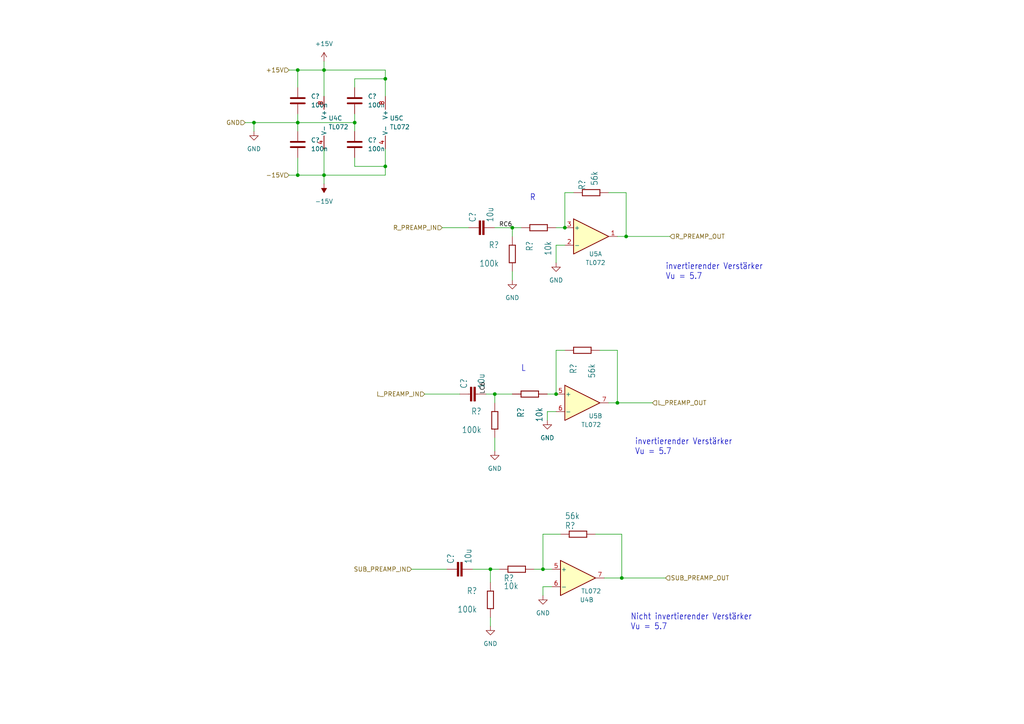
<source format=kicad_sch>
(kicad_sch (version 20211123) (generator eeschema)
  (paper "A4")
  (lib_symbols
    (symbol "Amplifier_Operational:TL072" (pin_names (offset 0.127))
      (property "Reference" "U" (at 0 5.08 0))
      (property "Value" "TL072" (at 0 -5.08 0))
      (symbol "TL072_1_1"
        (polyline (pts (xy -5.08 5.08) (xy 5.08 0) (xy -5.08 -5.08) (xy -5.08 5.08)) (stroke (width 0.254)) (fill (type background)))
        (pin output line (at 7.62 0 180) (length 2.54) (name "~") (number "1"))
        (pin input line (at -7.62 -2.54 0) (length 2.54) (name "-") (number "2"))
        (pin input line (at -7.62 2.54 0) (length 2.54) (name "+") (number "3"))
      )
      (symbol "TL072_2_1"
        (polyline (pts (xy -5.08 5.08) (xy 5.08 0) (xy -5.08 -5.08) (xy -5.08 5.08)) (stroke (width 0.254)) (fill (type background)))
        (pin input line (at -7.62 2.54 0) (length 2.54) (name "+") (number "5"))
        (pin input line (at -7.62 -2.54 0) (length 2.54) (name "-") (number "6"))
        (pin output line (at 7.62 0 180) (length 2.54) (name "~") (number "7"))
      )
      (symbol "TL072_3_1"
        (pin power_in line (at -2.54 -7.62 90) (length 3.81) (name "V-") (number "4"))
        (pin power_in line (at -2.54 7.62 270) (length 3.81) (name "V+") (number "8"))
      )
    )
    (symbol "Device:C" (pin_numbers hide) (pin_names (offset 0.254))
      (property "Reference" "C" (at 0.635 2.54 0))
      (property "Value" "C" (at 0.635 -2.54 0))
      (symbol "C_0_1"
        (polyline (pts (xy -2.032 -0.762) (xy 2.032 -0.762)) (stroke (width 0.508)))
        (polyline (pts (xy -2.032 0.762) (xy 2.032 0.762)) (stroke (width 0.508)))
      )
      (symbol "C_1_1"
        (pin passive line (at 0 3.81 270) (length 2.794) (name "~") (number "1"))
        (pin passive line (at 0 -3.81 90) (length 2.794) (name "~") (number "2"))
      )
    )
    (symbol "Steuerungsmodul-eagle-import:C-EUC0805"
      (property "Reference" "C" (at 1.524 0.381 0))
      (property "Value" "C-EUC0805" (at 1.524 -4.699 0))
      (symbol "C-EUC0805_1_0"
        (rectangle (start -2.032 -2.032) (end 2.032 -1.524) (fill (type outline)))
        (rectangle (start -2.032 -1.016) (end 2.032 -0.508) (fill (type outline)))
        (polyline (pts (xy 0 -2.54) (xy 0 -2.032)) (stroke (width 0.1524)))
        (polyline (pts (xy 0 0) (xy 0 -0.508)) (stroke (width 0.1524)))
        (pin passive line (at 0 2.54 270) (length 2.54) (name "1") (number "1"))
        (pin passive line (at 0 -5.08 90) (length 2.54) (name "2") (number "2"))
      )
    )
    (symbol "Steuerungsmodul-eagle-import:R-EU_M0805"
      (property "Reference" "R" (at -3.81 1.4986 0))
      (property "Value" "R-EU_M0805" (at -3.81 -3.302 0))
      (symbol "R-EU_M0805_1_0"
        (polyline (pts (xy -2.54 -0.889) (xy -2.54 0.889)) (stroke (width 0.254)))
        (polyline (pts (xy -2.54 -0.889) (xy 2.54 -0.889)) (stroke (width 0.254)))
        (polyline (pts (xy 2.54 -0.889) (xy 2.54 0.889)) (stroke (width 0.254)))
        (polyline (pts (xy 2.54 0.889) (xy -2.54 0.889)) (stroke (width 0.254)))
        (pin passive line (at -5.08 0 0) (length 2.54) (name "1") (number "1"))
        (pin passive line (at 5.08 0 180) (length 2.54) (name "2") (number "2"))
      )
    )
    (symbol "power:+15V" (power) (pin_names (offset 0))
      (property "Value" "+15V" (at 0 3.556 0))
      (symbol "+15V_0_1"
        (polyline (pts (xy -0.762 1.27) (xy 0 2.54)))
        (polyline (pts (xy 0 0) (xy 0 2.54)))
        (polyline (pts (xy 0 2.54) (xy 0.762 1.27)))
      )
      (symbol "+15V_1_1"
        (pin power_in line (at 0 0 90) (length 0) hide (name "+15V") (number "1"))
      )
    )
    (symbol "power:-15V" (power) (pin_names (offset 0))
      (property "Value" "-15V" (at 0 3.81 0))
      (symbol "-15V_0_0"
        (pin power_in line (at 0 0 90) (length 0) hide (name "-15V") (number "1"))
      )
      (symbol "-15V_0_1"
        (polyline (pts (xy 0 0) (xy 0 1.27) (xy 0.762 1.27) (xy 0 2.54) (xy -0.762 1.27) (xy 0 1.27)) (fill (type outline)))
      )
    )
    (symbol "power:GND" (power) (pin_names (offset 0))
      (property "Value" "GND" (at 0 -3.81 0))
      (symbol "GND_0_1"
        (polyline (pts (xy 0 0) (xy 0 -1.27) (xy 1.27 -1.27) (xy 0 -2.54) (xy -1.27 -1.27) (xy 0 -1.27)))
      )
      (symbol "GND_1_1"
        (pin power_in line (at 0 0 270) (length 0) hide (name "GND") (number "1"))
      )
    )
  )
  (junction (at 142.24 165.1))
  (junction (at 86.36 20.32))
  (junction (at 73.66 35.56))
  (junction (at 161.29 114.3))
  (junction (at 143.51 114.3))
  (junction (at 111.76 48.26))
  (junction (at 111.76 22.86))
  (junction (at 102.87 35.56))
  (junction (at 86.36 50.8))
  (junction (at 181.61 68.58))
  (junction (at 180.34 167.64))
  (junction (at 157.48 165.1))
  (junction (at 148.59 66.04))
  (junction (at 163.83 66.04))
  (junction (at 93.98 20.32))
  (junction (at 86.36 35.56))
  (junction (at 93.98 50.8))
  (junction (at 179.07 116.84))
  (wire (pts (xy 83.82 50.8) (xy 86.36 50.8)))
  (wire (pts (xy 86.36 20.32) (xy 93.98 20.32)))
  (wire (pts (xy 181.61 55.88) (xy 181.61 68.58)))
  (wire (pts (xy 86.36 45.72) (xy 86.36 50.8)))
  (wire (pts (xy 137.16 165.1) (xy 142.24 165.1)))
  (wire (pts (xy 111.76 43.18) (xy 111.76 48.26)))
  (wire (pts (xy 111.76 20.32) (xy 93.98 20.32)))
  (wire (pts (xy 166.37 55.88) (xy 163.83 55.88)))
  (wire (pts (xy 93.98 20.32) (xy 93.98 17.78)))
  (wire (pts (xy 180.34 154.94) (xy 172.72 154.94)))
  (wire (pts (xy 148.59 78.74) (xy 148.59 81.28)))
  (wire (pts (xy 93.98 27.94) (xy 93.98 20.32)))
  (wire (pts (xy 83.82 20.32) (xy 86.36 20.32)))
  (wire (pts (xy 102.87 48.26) (xy 111.76 48.26)))
  (wire (pts (xy 162.56 154.94) (xy 157.48 154.94)))
  (wire (pts (xy 111.76 48.26) (xy 111.76 50.8)))
  (wire (pts (xy 151.13 66.04) (xy 148.59 66.04)))
  (wire (pts (xy 158.75 114.3) (xy 161.29 114.3)))
  (wire (pts (xy 143.51 116.84) (xy 143.51 114.3)))
  (wire (pts (xy 111.76 22.86) (xy 111.76 27.94)))
  (wire (pts (xy 142.24 165.1) (xy 144.78 165.1)))
  (wire (pts (xy 157.48 165.1) (xy 160.02 165.1)))
  (wire (pts (xy 161.29 66.04) (xy 163.83 66.04)))
  (wire (pts (xy 161.29 101.6) (xy 161.29 114.3)))
  (wire (pts (xy 142.24 168.91) (xy 142.24 165.1)))
  (wire (pts (xy 157.48 154.94) (xy 157.48 165.1)))
  (wire (pts (xy 102.87 22.86) (xy 111.76 22.86)))
  (wire (pts (xy 123.19 114.3) (xy 133.35 114.3)))
  (wire (pts (xy 161.29 119.38) (xy 158.75 119.38)))
  (wire (pts (xy 143.51 66.04) (xy 148.59 66.04)))
  (wire (pts (xy 157.48 170.18) (xy 157.48 172.72)))
  (wire (pts (xy 179.07 101.6) (xy 173.99 101.6)))
  (wire (pts (xy 102.87 25.4) (xy 102.87 22.86)))
  (wire (pts (xy 111.76 50.8) (xy 93.98 50.8)))
  (wire (pts (xy 143.51 127) (xy 143.51 130.81)))
  (wire (pts (xy 148.59 68.58) (xy 148.59 66.04)))
  (wire (pts (xy 119.38 165.1) (xy 129.54 165.1)))
  (wire (pts (xy 93.98 50.8) (xy 93.98 53.34)))
  (wire (pts (xy 102.87 33.02) (xy 102.87 35.56)))
  (wire (pts (xy 102.87 45.72) (xy 102.87 48.26)))
  (wire (pts (xy 176.53 55.88) (xy 181.61 55.88)))
  (wire (pts (xy 86.36 35.56) (xy 73.66 35.56)))
  (wire (pts (xy 128.27 66.04) (xy 135.89 66.04)))
  (wire (pts (xy 163.83 101.6) (xy 161.29 101.6)))
  (wire (pts (xy 73.66 35.56) (xy 73.66 38.1)))
  (wire (pts (xy 157.48 165.1) (xy 154.94 165.1)))
  (wire (pts (xy 175.26 167.64) (xy 180.34 167.64)))
  (wire (pts (xy 163.83 55.88) (xy 163.83 66.04)))
  (wire (pts (xy 160.02 170.18) (xy 157.48 170.18)))
  (wire (pts (xy 176.53 116.84) (xy 179.07 116.84)))
  (wire (pts (xy 142.24 179.07) (xy 142.24 181.61)))
  (wire (pts (xy 179.07 116.84) (xy 179.07 101.6)))
  (wire (pts (xy 140.97 114.3) (xy 143.51 114.3)))
  (wire (pts (xy 180.34 167.64) (xy 193.04 167.64)))
  (wire (pts (xy 179.07 68.58) (xy 181.61 68.58)))
  (wire (pts (xy 111.76 22.86) (xy 111.76 20.32)))
  (wire (pts (xy 86.36 35.56) (xy 86.36 33.02)))
  (wire (pts (xy 86.36 25.4) (xy 86.36 20.32)))
  (wire (pts (xy 158.75 119.38) (xy 158.75 121.92)))
  (wire (pts (xy 179.07 116.84) (xy 189.23 116.84)))
  (wire (pts (xy 161.29 71.12) (xy 161.29 76.2)))
  (wire (pts (xy 102.87 35.56) (xy 102.87 38.1)))
  (wire (pts (xy 181.61 68.58) (xy 194.31 68.58)))
  (wire (pts (xy 163.83 71.12) (xy 161.29 71.12)))
  (wire (pts (xy 86.36 38.1) (xy 86.36 35.56)))
  (wire (pts (xy 143.51 114.3) (xy 148.59 114.3)))
  (wire (pts (xy 71.12 35.56) (xy 73.66 35.56)))
  (wire (pts (xy 93.98 43.18) (xy 93.98 50.8)))
  (wire (pts (xy 86.36 35.56) (xy 102.87 35.56)))
  (wire (pts (xy 180.34 167.64) (xy 180.34 154.94)))
  (wire (pts (xy 86.36 50.8) (xy 93.98 50.8)))
  (text "invertierender Verstärker\nVu = 5.7" (at 193.04 81.28 180) (effects (font (size 1.778 1.5113)) (justify left bottom)))
  (text "R" (at 153.67 58.42 180) (effects (font (size 1.778 1.5113)) (justify left bottom)))
  (text "L" (at 151.13 107.95 180) (effects (font (size 1.778 1.5113)) (justify left bottom)))
  (text "invertierender Verstärker\nVu = 5.7" (at 184.15 132.08 180) (effects (font (size 1.778 1.5113)) (justify left bottom)))
  (text "Nicht invertierender Verstärker\nVu = 5.7" (at 182.88 182.88 180) (effects (font (size 1.778 1.5113)) (justify left bottom)))
  (label "RC6" (at 148.59 66.04 180) (effects (font (size 1.2446 1.2446))))
  (label "LC6" (at 140.97 114.3 90) (effects (font (size 1.2446 1.2446))))
  (hierarchical_label "-15V" (shape input) (at 83.82 50.8 180))
  (hierarchical_label "L_PREAMP_OUT" (shape input) (at 189.23 116.84 0))
  (hierarchical_label "R_PREAMP_IN" (shape input) (at 128.27 66.04 180))
  (hierarchical_label "L_PREAMP_IN" (shape input) (at 123.19 114.3 180))
  (hierarchical_label "GND" (shape input) (at 71.12 35.56 180))
  (hierarchical_label "R_PREAMP_OUT" (shape input) (at 194.31 68.58 0))
  (hierarchical_label "+15V" (shape input) (at 83.82 20.32 180))
  (hierarchical_label "SUB_PREAMP_IN" (shape input) (at 119.38 165.1 180))
  (hierarchical_label "SUB_PREAMP_OUT" (shape input) (at 193.04 167.64 0))
  (symbol (lib_id "Steuerungsmodul-eagle-import:C-EUC0805") (at 132.08 165.1 90) (unit 1)
    (property "Reference" "C?" (at 131.699 163.576 0) (effects (font (size 1.778 1.5113)) (justify left bottom)))
    (property "Value" "10u" (at 136.779 163.576 0) (effects (font (size 1.778 1.5113)) (justify left bottom)))
    (property "Footprint" "Steuerungsmodul:C0805" (effects hide))
  )
  (symbol (lib_id "Amplifier_Operational:TL072") (at 114.3 35.56 0) (unit 3)
    (property "Reference" "U5" (at 113.03 34.2899 0) (effects (justify left)))
    (property "Value" "TL072" (at 113.03 36.8299 0) (effects (justify left)))
    (property "Datasheet" "http://www.ti.com/lit/ds/symlink/tl071.pdf" (effects hide))
  )
  (symbol (lib_id "Device:C") (at 102.87 41.91 0) (unit 1)
    (property "Reference" "C?" (at 106.68 40.6399 0) (effects (justify left)))
    (property "Value" "100n" (at 106.68 43.1799 0) (effects (justify left)))
  )
  (symbol (lib_id "Device:C") (at 102.87 29.21 0) (unit 1)
    (property "Reference" "C?" (at 106.68 27.9399 0) (effects (justify left)))
    (property "Value" "100n" (at 106.68 30.4799 0) (effects (justify left)))
  )
  (symbol (lib_id "power:+15V") (at 93.98 17.78 0) (unit 1)
    (property "Reference" "#PWR?" (effects hide))
    (property "Value" "+15V" (at 93.98 12.7 0))
  )
  (symbol (lib_id "Steuerungsmodul-eagle-import:R-EU_M0805") (at 143.51 121.92 90) (unit 1)
    (property "Reference" "R?" (at 139.7 118.3386 90) (effects (font (size 1.778 1.5113)) (justify left bottom)))
    (property "Value" "100k" (at 139.7 123.698 90) (effects (font (size 1.778 1.5113)) (justify left bottom)))
    (property "Footprint" "Steuerungsmodul:M0805" (effects hide))
  )
  (symbol (lib_id "power:-15V") (at 93.98 53.34 180) (unit 1)
    (property "Reference" "#PWR?" (effects hide))
    (property "Value" "-15V" (at 93.98 58.42 0))
  )
  (symbol (lib_id "Steuerungsmodul-eagle-import:R-EU_M0805") (at 168.91 101.6 180) (unit 1)
    (property "Reference" "R?" (at 165.3286 105.41 90) (effects (font (size 1.778 1.5113)) (justify left bottom)))
    (property "Value" "56k" (at 170.688 105.41 90) (effects (font (size 1.778 1.5113)) (justify left bottom)))
    (property "Footprint" "Steuerungsmodul:M0805" (effects hide))
  )
  (symbol (lib_id "Steuerungsmodul-eagle-import:R-EU_M0805") (at 153.67 114.3 180) (unit 1)
    (property "Reference" "R?" (at 150.0886 118.11 90) (effects (font (size 1.778 1.5113)) (justify left bottom)))
    (property "Value" "10k" (at 155.448 118.11 90) (effects (font (size 1.778 1.5113)) (justify left bottom)))
    (property "Footprint" "Steuerungsmodul:M0805" (effects hide))
  )
  (symbol (lib_id "Amplifier_Operational:TL072") (at 168.91 116.84 0) (unit 2)
    (property "Reference" "U5" (at 172.72 120.65 0))
    (property "Value" "TL072" (at 171.45 123.19 0))
    (property "Datasheet" "http://www.ti.com/lit/ds/symlink/tl071.pdf" (effects hide))
  )
  (symbol (lib_id "Amplifier_Operational:TL072") (at 167.64 167.64 0) (unit 2)
    (property "Reference" "U4" (at 170.18 173.99 0))
    (property "Value" "TL072" (at 171.45 171.45 0))
    (property "Datasheet" "http://www.ti.com/lit/ds/symlink/tl071.pdf" (effects hide))
  )
  (symbol (lib_id "Steuerungsmodul-eagle-import:R-EU_M0805") (at 149.86 165.1 180) (unit 1)
    (property "Reference" "R?" (at 146.05 168.6814 0) (effects (font (size 1.778 1.5113)) (justify right top)))
    (property "Value" "10k" (at 146.05 170.942 0) (effects (font (size 1.778 1.5113)) (justify right top)))
    (property "Footprint" "Steuerungsmodul:M0805" (effects hide))
  )
  (symbol (lib_id "power:GND") (at 157.48 172.72 0) (unit 1)
    (property "Reference" "#PWR?" (effects hide))
    (property "Value" "GND" (at 157.48 177.8 0))
  )
  (symbol (lib_id "Amplifier_Operational:TL072") (at 171.45 68.58 0) (unit 1)
    (property "Reference" "U5" (at 172.72 73.66 0))
    (property "Value" "TL072" (at 172.72 76.2 0))
    (property "Datasheet" "http://www.ti.com/lit/ds/symlink/tl071.pdf" (effects hide))
  )
  (symbol (lib_id "power:GND") (at 73.66 38.1 0) (unit 1)
    (property "Reference" "#PWR?" (effects hide))
    (property "Value" "GND" (at 73.66 43.18 0))
  )
  (symbol (lib_id "Device:C") (at 86.36 29.21 0) (unit 1)
    (property "Reference" "C?" (at 90.17 27.9399 0) (effects (justify left)))
    (property "Value" "100n" (at 90.17 30.4799 0) (effects (justify left)))
  )
  (symbol (lib_id "power:GND") (at 158.75 121.92 0) (unit 1)
    (property "Reference" "#PWR?" (effects hide))
    (property "Value" "GND" (at 158.75 127 0))
  )
  (symbol (lib_id "Device:C") (at 86.36 41.91 0) (unit 1)
    (property "Reference" "C?" (at 90.17 40.6399 0) (effects (justify left)))
    (property "Value" "100n" (at 90.17 43.1799 0) (effects (justify left)))
  )
  (symbol (lib_id "Amplifier_Operational:TL072") (at 96.52 35.56 0) (unit 3)
    (property "Reference" "U4" (at 95.25 34.2899 0) (effects (justify left)))
    (property "Value" "TL072" (at 95.25 36.8299 0) (effects (justify left)))
    (property "Datasheet" "http://www.ti.com/lit/ds/symlink/tl071.pdf" (effects hide))
  )
  (symbol (lib_id "Steuerungsmodul-eagle-import:R-EU_M0805") (at 148.59 73.66 90) (unit 1)
    (property "Reference" "R?" (at 144.78 70.0786 90) (effects (font (size 1.778 1.5113)) (justify left bottom)))
    (property "Value" "100k" (at 144.78 75.438 90) (effects (font (size 1.778 1.5113)) (justify left bottom)))
    (property "Footprint" "Steuerungsmodul:M0805" (effects hide))
  )
  (symbol (lib_id "Steuerungsmodul-eagle-import:C-EUC0805") (at 135.89 114.3 90) (unit 1)
    (property "Reference" "C?" (at 135.509 112.776 0) (effects (font (size 1.778 1.5113)) (justify left bottom)))
    (property "Value" "10u" (at 140.589 112.776 0) (effects (font (size 1.778 1.5113)) (justify left bottom)))
    (property "Footprint" "Steuerungsmodul:C0805" (effects hide))
  )
  (symbol (lib_id "power:GND") (at 142.24 181.61 0) (unit 1)
    (property "Reference" "#PWR?" (effects hide))
    (property "Value" "GND" (at 142.24 186.69 0))
  )
  (symbol (lib_id "power:GND") (at 143.51 130.81 0) (unit 1)
    (property "Reference" "#PWR?" (effects hide))
    (property "Value" "GND" (at 143.51 135.89 0))
  )
  (symbol (lib_id "power:GND") (at 148.59 81.28 0) (unit 1)
    (property "Reference" "#PWR?" (effects hide))
    (property "Value" "GND" (at 148.59 86.36 0))
  )
  (symbol (lib_id "Steuerungsmodul-eagle-import:R-EU_M0805") (at 171.45 55.88 180) (unit 1)
    (property "Reference" "R?" (at 167.8686 52.07 90) (effects (font (size 1.778 1.5113)) (justify left bottom)))
    (property "Value" "56k" (at 171.45 49.53 90) (effects (font (size 1.778 1.5113)) (justify left bottom)))
    (property "Footprint" "Steuerungsmodul:M0805" (effects hide))
  )
  (symbol (lib_id "Steuerungsmodul-eagle-import:R-EU_M0805") (at 156.21 66.04 180) (unit 1)
    (property "Reference" "R?" (at 152.6286 69.85 90) (effects (font (size 1.778 1.5113)) (justify left bottom)))
    (property "Value" "10k" (at 157.988 69.85 90) (effects (font (size 1.778 1.5113)) (justify left bottom)))
    (property "Footprint" "Steuerungsmodul:M0805" (effects hide))
  )
  (symbol (lib_id "Steuerungsmodul-eagle-import:R-EU_M0805") (at 142.24 173.99 90) (unit 1)
    (property "Reference" "R?" (at 138.43 170.4086 90) (effects (font (size 1.778 1.5113)) (justify left bottom)))
    (property "Value" "100k" (at 138.43 175.768 90) (effects (font (size 1.778 1.5113)) (justify left bottom)))
    (property "Footprint" "Steuerungsmodul:M0805" (effects hide))
  )
  (symbol (lib_id "power:GND") (at 161.29 76.2 0) (unit 1)
    (property "Reference" "#PWR?" (effects hide))
    (property "Value" "GND" (at 161.29 81.28 0))
  )
  (symbol (lib_id "Steuerungsmodul-eagle-import:C-EUC0805") (at 138.43 66.04 90) (unit 1)
    (property "Reference" "C?" (at 138.049 64.516 0) (effects (font (size 1.778 1.5113)) (justify left bottom)))
    (property "Value" "10u" (at 143.129 64.516 0) (effects (font (size 1.778 1.5113)) (justify left bottom)))
    (property "Footprint" "Steuerungsmodul:C0805" (effects hide))
  )
  (symbol (lib_id "Steuerungsmodul-eagle-import:R-EU_M0805") (at 167.64 154.94 180) (unit 1)
    (property "Reference" "R?" (at 163.83 153.4414 0) (effects (font (size 1.778 1.5113)) (justify right top)))
    (property "Value" "56k" (at 163.83 150.622 0) (effects (font (size 1.778 1.5113)) (justify right top)))
    (property "Footprint" "Steuerungsmodul:M0805" (effects hide))
  )
)
</source>
